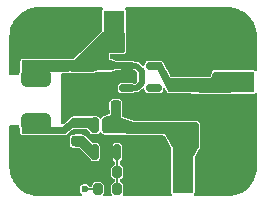
<source format=gtl>
%TF.GenerationSoftware,KiCad,Pcbnew,8.0.7*%
%TF.CreationDate,2026-01-14T12:01:28-08:00*%
%TF.ProjectId,3V3-500mA,3356332d-3530-4306-9d41-2e6b69636164,rev?*%
%TF.SameCoordinates,Original*%
%TF.FileFunction,Copper,L1,Top*%
%TF.FilePolarity,Positive*%
%FSLAX46Y46*%
G04 Gerber Fmt 4.6, Leading zero omitted, Abs format (unit mm)*
G04 Created by KiCad (PCBNEW 8.0.7) date 2026-01-14 12:01:28*
%MOMM*%
%LPD*%
G01*
G04 APERTURE LIST*
G04 Aperture macros list*
%AMRoundRect*
0 Rectangle with rounded corners*
0 $1 Rounding radius*
0 $2 $3 $4 $5 $6 $7 $8 $9 X,Y pos of 4 corners*
0 Add a 4 corners polygon primitive as box body*
4,1,4,$2,$3,$4,$5,$6,$7,$8,$9,$2,$3,0*
0 Add four circle primitives for the rounded corners*
1,1,$1+$1,$2,$3*
1,1,$1+$1,$4,$5*
1,1,$1+$1,$6,$7*
1,1,$1+$1,$8,$9*
0 Add four rect primitives between the rounded corners*
20,1,$1+$1,$2,$3,$4,$5,0*
20,1,$1+$1,$4,$5,$6,$7,0*
20,1,$1+$1,$6,$7,$8,$9,0*
20,1,$1+$1,$8,$9,$2,$3,0*%
G04 Aperture macros list end*
%TA.AperFunction,SMDPad,CuDef*%
%ADD10R,3.400000X1.800000*%
%TD*%
%TA.AperFunction,SMDPad,CuDef*%
%ADD11R,1.800000X3.400000*%
%TD*%
%TA.AperFunction,ComponentPad*%
%ADD12C,3.800000*%
%TD*%
%TA.AperFunction,SMDPad,CuDef*%
%ADD13C,2.200000*%
%TD*%
%TA.AperFunction,SMDPad,CuDef*%
%ADD14RoundRect,0.250000X0.475000X-0.250000X0.475000X0.250000X-0.475000X0.250000X-0.475000X-0.250000X0*%
%TD*%
%TA.AperFunction,SMDPad,CuDef*%
%ADD15RoundRect,0.225000X0.250000X-0.225000X0.250000X0.225000X-0.250000X0.225000X-0.250000X-0.225000X0*%
%TD*%
%TA.AperFunction,SMDPad,CuDef*%
%ADD16RoundRect,0.375000X0.875000X-0.375000X0.875000X0.375000X-0.875000X0.375000X-0.875000X-0.375000X0*%
%TD*%
%TA.AperFunction,SMDPad,CuDef*%
%ADD17RoundRect,0.250000X-0.475000X0.250000X-0.475000X-0.250000X0.475000X-0.250000X0.475000X0.250000X0*%
%TD*%
%TA.AperFunction,SMDPad,CuDef*%
%ADD18RoundRect,0.225000X-0.250000X0.225000X-0.250000X-0.225000X0.250000X-0.225000X0.250000X0.225000X0*%
%TD*%
%TA.AperFunction,SMDPad,CuDef*%
%ADD19RoundRect,0.150000X0.150000X-0.512500X0.150000X0.512500X-0.150000X0.512500X-0.150000X-0.512500X0*%
%TD*%
%TA.AperFunction,SMDPad,CuDef*%
%ADD20RoundRect,0.225000X0.225000X0.250000X-0.225000X0.250000X-0.225000X-0.250000X0.225000X-0.250000X0*%
%TD*%
%TA.AperFunction,SMDPad,CuDef*%
%ADD21RoundRect,0.150000X-0.512500X-0.150000X0.512500X-0.150000X0.512500X0.150000X-0.512500X0.150000X0*%
%TD*%
%TA.AperFunction,SMDPad,CuDef*%
%ADD22RoundRect,0.200000X0.200000X0.275000X-0.200000X0.275000X-0.200000X-0.275000X0.200000X-0.275000X0*%
%TD*%
%TA.AperFunction,SMDPad,CuDef*%
%ADD23RoundRect,0.200000X-0.200000X-0.275000X0.200000X-0.275000X0.200000X0.275000X-0.200000X0.275000X0*%
%TD*%
%TA.AperFunction,ViaPad*%
%ADD24C,0.600000*%
%TD*%
%TA.AperFunction,Conductor*%
%ADD25C,0.200000*%
%TD*%
%TA.AperFunction,Conductor*%
%ADD26C,0.500000*%
%TD*%
G04 APERTURE END LIST*
D10*
%TO.P,TP6,1,1*%
%TO.N,3V3*%
X216500000Y-87850000D03*
%TD*%
%TO.P,TP5,1,1*%
%TO.N,GND*%
X216500000Y-91150000D03*
%TD*%
D11*
%TO.P,TP4,1,1*%
%TO.N,GND*%
X209200000Y-95500000D03*
%TD*%
%TO.P,TP3,1,1*%
%TO.N,VIN*%
X212200000Y-95500000D03*
%TD*%
%TO.P,TP2,1,1*%
%TO.N,GND*%
X209650000Y-83500000D03*
%TD*%
%TO.P,TP1,1,1*%
%TO.N,5V*%
X206350000Y-83500000D03*
%TD*%
D12*
%TO.P,H4,1,1*%
%TO.N,GND*%
X216000000Y-84000000D03*
D13*
%TO.P,H4,2*%
%TO.N,N/C*%
X216000000Y-84000000D03*
%TD*%
%TO.P,H3,2*%
%TO.N,N/C*%
X200000000Y-84000000D03*
D12*
%TO.P,H3,1,1*%
%TO.N,GND*%
X200000000Y-84000000D03*
%TD*%
D13*
%TO.P,H2,2*%
%TO.N,N/C*%
X200000000Y-95000000D03*
D12*
%TO.P,H2,1,1*%
%TO.N,GND*%
X200000000Y-95000000D03*
%TD*%
%TO.P,H1,1,1*%
%TO.N,GND*%
X216000000Y-95000000D03*
D13*
%TO.P,H1,2*%
%TO.N,N/C*%
X216000000Y-95000000D03*
%TD*%
D14*
%TO.P,C4,2*%
%TO.N,GND*%
X208450000Y-89850000D03*
%TO.P,C4,1*%
%TO.N,VIN*%
X208450000Y-91750000D03*
%TD*%
D15*
%TO.P,C11,1*%
%TO.N,3V3*%
X211362500Y-87955000D03*
%TO.P,C11,2*%
%TO.N,GND*%
X211362500Y-86405000D03*
%TD*%
%TO.P,C8,2*%
%TO.N,Net-(U2-SW)*%
X203200000Y-91300000D03*
%TO.P,C8,1*%
%TO.N,Net-(U2-BST)*%
X203200000Y-92850000D03*
%TD*%
D16*
%TO.P,L1,1*%
%TO.N,Net-(U2-SW)*%
X199800000Y-91200000D03*
%TO.P,L1,2*%
%TO.N,5V*%
X199800000Y-87500000D03*
%TD*%
D15*
%TO.P,C12,1*%
%TO.N,3V3*%
X212850000Y-87950000D03*
%TO.P,C12,2*%
%TO.N,GND*%
X212850000Y-86400000D03*
%TD*%
D17*
%TO.P,C10,1*%
%TO.N,5V*%
X204000000Y-86450000D03*
%TO.P,C10,2*%
%TO.N,GND*%
X204000000Y-88350000D03*
%TD*%
D14*
%TO.P,C2,2*%
%TO.N,GND*%
X210500000Y-89850000D03*
%TO.P,C2,1*%
%TO.N,VIN*%
X210500000Y-91750000D03*
%TD*%
D18*
%TO.P,C9,1*%
%TO.N,5V*%
X205750000Y-86405000D03*
%TO.P,C9,2*%
%TO.N,GND*%
X205750000Y-87955000D03*
%TD*%
D19*
%TO.P,U2,1,BST*%
%TO.N,Net-(U2-BST)*%
X204750000Y-93782500D03*
%TO.P,U2,2,GND*%
%TO.N,GND*%
X205700000Y-93782500D03*
%TO.P,U2,3,FB*%
%TO.N,Net-(U2-FB)*%
X206650000Y-93782500D03*
%TO.P,U2,4,EN*%
%TO.N,VIN*%
X206650000Y-91507500D03*
%TO.P,U2,5,VIN*%
X205700000Y-91507500D03*
%TO.P,U2,6,SW*%
%TO.N,Net-(U2-SW)*%
X204750000Y-91507500D03*
%TD*%
D20*
%TO.P,C5,2*%
%TO.N,GND*%
X204975000Y-89850000D03*
%TO.P,C5,1*%
%TO.N,VIN*%
X206525000Y-89850000D03*
%TD*%
D21*
%TO.P,U3,5,OUT*%
%TO.N,3V3*%
X209725000Y-86450000D03*
%TO.P,U3,4,NC*%
%TO.N,unconnected-(U3-NC-Pad4)*%
X209725000Y-88350000D03*
%TO.P,U3,3,EN*%
%TO.N,5V*%
X207450000Y-88350000D03*
%TO.P,U3,2,GND*%
%TO.N,GND*%
X207450000Y-87400000D03*
%TO.P,U3,1,IN*%
%TO.N,5V*%
X207450000Y-86450000D03*
%TD*%
D14*
%TO.P,C1,2*%
%TO.N,GND*%
X212550000Y-89850000D03*
%TO.P,C1,1*%
%TO.N,VIN*%
X212550000Y-91750000D03*
%TD*%
D22*
%TO.P,R1,1*%
%TO.N,Net-(U2-FB)*%
X206650000Y-96910000D03*
%TO.P,R1,2*%
%TO.N,5V*%
X205000000Y-96910000D03*
%TD*%
D23*
%TO.P,R2,2*%
%TO.N,Net-(U2-FB)*%
X206650000Y-95450000D03*
%TO.P,R2,1*%
%TO.N,GND*%
X205000000Y-95450000D03*
%TD*%
D24*
%TO.N,GND*%
X205700000Y-92645000D03*
X210700000Y-95450000D03*
X210700000Y-96366668D03*
X210700000Y-94533334D03*
X216510000Y-89570000D03*
X217426668Y-89570000D03*
X215593334Y-89570000D03*
X211290000Y-83480000D03*
X211290000Y-84396668D03*
X211290000Y-82563334D03*
%TO.N,5V*%
X204420000Y-85140000D03*
%TO.N,GND*%
X203900000Y-95450000D03*
X212550000Y-90800000D03*
X210500000Y-90800000D03*
X208450000Y-90800000D03*
%TO.N,5V*%
X203900000Y-96925000D03*
%TO.N,GND*%
X202625000Y-90125000D03*
X202625000Y-89208332D03*
X202625000Y-87375000D03*
X203900000Y-89850000D03*
X202625000Y-88291666D03*
X205800000Y-88850000D03*
X211500000Y-85300000D03*
X213050000Y-85300000D03*
%TD*%
D25*
%TO.N,5V*%
X203915000Y-96910000D02*
X203900000Y-96925000D01*
X205000000Y-96910000D02*
X203915000Y-96910000D01*
%TO.N,Net-(U2-FB)*%
X206650000Y-95450000D02*
X206650000Y-96910000D01*
X206650000Y-93782500D02*
X206650000Y-95450000D01*
D26*
%TO.N,5V*%
X207500000Y-86450000D02*
X208250000Y-86450000D01*
X208700000Y-86900000D02*
X208700000Y-87950000D01*
X208250000Y-86450000D02*
X208700000Y-86900000D01*
X208700000Y-87950000D02*
X208300000Y-88350000D01*
X208300000Y-88350000D02*
X207500000Y-88350000D01*
%TD*%
%TA.AperFunction,Conductor*%
%TO.N,3V3*%
G36*
X210391657Y-86169685D02*
G01*
X210434699Y-86216920D01*
X211100000Y-87500000D01*
X214600000Y-87500000D01*
X214600001Y-87499999D01*
X214770319Y-87031624D01*
X214811728Y-86975348D01*
X214876990Y-86950393D01*
X214886853Y-86950000D01*
X216126000Y-86950000D01*
X216193039Y-86969685D01*
X216238794Y-87022489D01*
X216250000Y-87074000D01*
X216250000Y-88624813D01*
X216230315Y-88691852D01*
X216177511Y-88737607D01*
X216124819Y-88748807D01*
X211074952Y-88700713D01*
X211008103Y-88680391D01*
X210965796Y-88633302D01*
X210000000Y-86750000D01*
X209374000Y-86750000D01*
X209306961Y-86730315D01*
X209261206Y-86677511D01*
X209250000Y-86626000D01*
X209250000Y-86274000D01*
X209269685Y-86206961D01*
X209322489Y-86161206D01*
X209374000Y-86150000D01*
X210324618Y-86150000D01*
X210391657Y-86169685D01*
G37*
%TD.AperFunction*%
%TD*%
%TA.AperFunction,Conductor*%
%TO.N,5V*%
G36*
X199565805Y-85952834D02*
G01*
X199714566Y-85985195D01*
X199714568Y-85985195D01*
X199714572Y-85985196D01*
X199968220Y-86003337D01*
X199999999Y-86005610D01*
X200000000Y-86005610D01*
X200000001Y-86005610D01*
X200028595Y-86003564D01*
X200285428Y-85985196D01*
X200395709Y-85961206D01*
X200434195Y-85952834D01*
X200460553Y-85950000D01*
X203009999Y-85950000D01*
X203010000Y-85950000D01*
X205920000Y-85950000D01*
X206073685Y-85950000D01*
X206124045Y-85960686D01*
X206550000Y-86150000D01*
X207476000Y-86150000D01*
X207543039Y-86169685D01*
X207588794Y-86222489D01*
X207600000Y-86274000D01*
X207600000Y-86626000D01*
X207580315Y-86693039D01*
X207527511Y-86738794D01*
X207476000Y-86750000D01*
X206550000Y-86750000D01*
X206113288Y-86847047D01*
X206086389Y-86850000D01*
X205050000Y-86850000D01*
X204511000Y-86948000D01*
X204488818Y-86950000D01*
X202794446Y-86950000D01*
X202759512Y-86944977D01*
X202709577Y-86930315D01*
X202689773Y-86924500D01*
X202689772Y-86924500D01*
X202560228Y-86924500D01*
X202560227Y-86924500D01*
X202540423Y-86930315D01*
X202490487Y-86944977D01*
X202455554Y-86950000D01*
X198674000Y-86950000D01*
X198606961Y-86930315D01*
X198561206Y-86877511D01*
X198550000Y-86826000D01*
X198550000Y-86074000D01*
X198569685Y-86006961D01*
X198622489Y-85961206D01*
X198674000Y-85950000D01*
X199539447Y-85950000D01*
X199565805Y-85952834D01*
G37*
%TD.AperFunction*%
%TD*%
%TA.AperFunction,Conductor*%
%TO.N,GND*%
G36*
X207850000Y-87700000D02*
G01*
X206950000Y-87700000D01*
X206150000Y-88400000D01*
X205450000Y-88400000D01*
X204550000Y-88850000D01*
X203450000Y-88850000D01*
X203450000Y-87850000D01*
X204500000Y-87850000D01*
X205300000Y-87500000D01*
X206100000Y-87500000D01*
X206850000Y-87100000D01*
X207850000Y-87100000D01*
X207850000Y-87700000D01*
G37*
%TD.AperFunction*%
%TD*%
%TA.AperFunction,Conductor*%
%TO.N,Net-(U2-SW)*%
G36*
X204843039Y-90869685D02*
G01*
X204888794Y-90922489D01*
X204900000Y-90974000D01*
X204900000Y-92026000D01*
X204880315Y-92093039D01*
X204827511Y-92138794D01*
X204776000Y-92150000D01*
X204644263Y-92150000D01*
X204577224Y-92130315D01*
X204565752Y-92121979D01*
X204050000Y-91700000D01*
X204049999Y-91700000D01*
X202899999Y-91700000D01*
X202233723Y-92223503D01*
X202168847Y-92249444D01*
X202157113Y-92250000D01*
X198674000Y-92250000D01*
X198606961Y-92230315D01*
X198561206Y-92177511D01*
X198550000Y-92126000D01*
X198550000Y-91774000D01*
X198569685Y-91706961D01*
X198622489Y-91661206D01*
X198674000Y-91650000D01*
X201949998Y-91650000D01*
X201950000Y-91650000D01*
X202865383Y-90879150D01*
X202929342Y-90851025D01*
X202945256Y-90850000D01*
X204776000Y-90850000D01*
X204843039Y-90869685D01*
G37*
%TD.AperFunction*%
%TD*%
%TA.AperFunction,Conductor*%
%TO.N,VIN*%
G36*
X206975000Y-90850000D02*
G01*
X206975000Y-90850001D01*
X208074994Y-91249998D01*
X208075000Y-91250000D01*
X208372882Y-91250000D01*
X208379873Y-91250500D01*
X208385228Y-91250500D01*
X208520127Y-91250500D01*
X208527118Y-91250000D01*
X210422882Y-91250000D01*
X210429873Y-91250500D01*
X210435228Y-91250500D01*
X210570127Y-91250500D01*
X210577118Y-91250000D01*
X212472882Y-91250000D01*
X212479873Y-91250500D01*
X212485228Y-91250500D01*
X212620127Y-91250500D01*
X212627118Y-91250000D01*
X213401000Y-91250000D01*
X213468039Y-91269685D01*
X213513794Y-91322489D01*
X213525000Y-91374000D01*
X213525000Y-93391333D01*
X213507975Y-93454042D01*
X213135929Y-94088709D01*
X213085044Y-94136589D01*
X213028954Y-94150000D01*
X211449000Y-94150000D01*
X211381961Y-94130315D01*
X211336206Y-94077511D01*
X211325000Y-94026000D01*
X211325000Y-93424999D01*
X211093492Y-93006506D01*
X210675000Y-92250000D01*
X210674999Y-92250000D01*
X207929316Y-92250000D01*
X207920686Y-92249699D01*
X206850010Y-92175000D01*
X206850000Y-92175000D01*
X205551318Y-92175000D01*
X205484279Y-92155315D01*
X205438524Y-92102511D01*
X205427339Y-92048704D01*
X205448397Y-90911561D01*
X205469320Y-90844898D01*
X205492327Y-90825693D01*
X206975000Y-90850000D01*
G37*
%TD.AperFunction*%
%TD*%
%TA.AperFunction,Conductor*%
%TO.N,Net-(U2-BST)*%
G36*
X203697145Y-92394685D02*
G01*
X203709489Y-92403741D01*
X204575000Y-93125000D01*
X204651000Y-93125000D01*
X204718039Y-93144685D01*
X204763794Y-93197489D01*
X204775000Y-93249000D01*
X204775000Y-94326000D01*
X204755315Y-94393039D01*
X204702511Y-94438794D01*
X204651000Y-94450000D01*
X204603827Y-94450000D01*
X204536788Y-94430315D01*
X204513242Y-94410678D01*
X204496753Y-94393039D01*
X203475000Y-93300000D01*
X203099000Y-93300000D01*
X203031961Y-93280315D01*
X202986206Y-93227511D01*
X202975000Y-93176000D01*
X202975000Y-92499000D01*
X202994685Y-92431961D01*
X203047489Y-92386206D01*
X203099000Y-92375000D01*
X203630106Y-92375000D01*
X203697145Y-92394685D01*
G37*
%TD.AperFunction*%
%TD*%
%TA.AperFunction,Conductor*%
%TO.N,VIN*%
G36*
X206918039Y-89619685D02*
G01*
X206963794Y-89672489D01*
X206975000Y-89724000D01*
X206975000Y-90850000D01*
X205492328Y-90825693D01*
X205522961Y-90800128D01*
X205531796Y-90796685D01*
X205838941Y-90690366D01*
X206099999Y-90600001D01*
X206100000Y-90600000D01*
X206100000Y-89724000D01*
X206119685Y-89656961D01*
X206172489Y-89611206D01*
X206224000Y-89600000D01*
X206851000Y-89600000D01*
X206918039Y-89619685D01*
G37*
%TD.AperFunction*%
%TD*%
%TA.AperFunction,Conductor*%
%TO.N,5V*%
G36*
X207203039Y-83549685D02*
G01*
X207248794Y-83602489D01*
X207260000Y-83654000D01*
X207260000Y-85216000D01*
X207240315Y-85283039D01*
X207187511Y-85328794D01*
X207136000Y-85340000D01*
X205920000Y-85340000D01*
X205920000Y-85950000D01*
X203010000Y-85950000D01*
X205423776Y-83565779D01*
X205485304Y-83532674D01*
X205510915Y-83530000D01*
X207136000Y-83530000D01*
X207203039Y-83549685D01*
G37*
%TD.AperFunction*%
%TD*%
%TA.AperFunction,Conductor*%
%TO.N,GND*%
G36*
X197692239Y-91450000D02*
G01*
X197700000Y-91450000D01*
X198225500Y-91450000D01*
X198292539Y-91469685D01*
X198338294Y-91522489D01*
X198349500Y-91574000D01*
X198349500Y-91612727D01*
X198364313Y-91725235D01*
X198364313Y-91725236D01*
X198422302Y-91865234D01*
X198426366Y-91872273D01*
X198423877Y-91873709D01*
X198444070Y-91925932D01*
X198444500Y-91936255D01*
X198444500Y-92126002D01*
X198446910Y-92148426D01*
X198458117Y-92199938D01*
X198481474Y-92246600D01*
X198502184Y-92270500D01*
X198527229Y-92299403D01*
X198577237Y-92331541D01*
X198644276Y-92351226D01*
X198674000Y-92355500D01*
X198674004Y-92355500D01*
X202157095Y-92355500D01*
X202157113Y-92355500D01*
X202162106Y-92355382D01*
X202162122Y-92355381D01*
X202162132Y-92355381D01*
X202167389Y-92355131D01*
X202173840Y-92354826D01*
X202208016Y-92347403D01*
X202272892Y-92321462D01*
X202298903Y-92306460D01*
X202845493Y-91876994D01*
X202910366Y-91851055D01*
X202922079Y-91850499D01*
X203488138Y-91850499D01*
X203535545Y-91844259D01*
X203593749Y-91817117D01*
X203646154Y-91805500D01*
X203968077Y-91805500D01*
X204035116Y-91825185D01*
X204046595Y-91833526D01*
X204120704Y-91894161D01*
X204324575Y-92060964D01*
X204360614Y-92109483D01*
X204364033Y-92117738D01*
X204364033Y-92117739D01*
X204364034Y-92117740D01*
X204419399Y-92200601D01*
X204467902Y-92233009D01*
X204502260Y-92255966D01*
X204502264Y-92255967D01*
X204575321Y-92270499D01*
X204575324Y-92270500D01*
X204575326Y-92270500D01*
X204924676Y-92270500D01*
X204924677Y-92270499D01*
X204997740Y-92255966D01*
X205080601Y-92200601D01*
X205121898Y-92138793D01*
X205175509Y-92093990D01*
X205244834Y-92085282D01*
X205307862Y-92115436D01*
X205328099Y-92138791D01*
X205369399Y-92200601D01*
X205369400Y-92200602D01*
X205396484Y-92218698D01*
X205400848Y-92222027D01*
X205416048Y-92231794D01*
X205417848Y-92232973D01*
X205452260Y-92255966D01*
X205452262Y-92255966D01*
X205452263Y-92255967D01*
X205453483Y-92256472D01*
X205458621Y-92257735D01*
X205521586Y-92276224D01*
X205521588Y-92276224D01*
X205521594Y-92276226D01*
X205551318Y-92280500D01*
X206842020Y-92280500D01*
X206850650Y-92280801D01*
X207913343Y-92354943D01*
X207917009Y-92355135D01*
X207925639Y-92355436D01*
X207929316Y-92355500D01*
X210539682Y-92355500D01*
X210606721Y-92375185D01*
X210648186Y-92419477D01*
X210993552Y-93043794D01*
X210993553Y-93043795D01*
X211001176Y-93057574D01*
X211001176Y-93057575D01*
X211193646Y-93405500D01*
X211204004Y-93424223D01*
X211219500Y-93484247D01*
X211219500Y-93701967D01*
X211206025Y-93747856D01*
X211210004Y-93749505D01*
X211205330Y-93760788D01*
X211199500Y-93790098D01*
X211199500Y-97209894D01*
X211199501Y-97209902D01*
X211205330Y-97239212D01*
X211227544Y-97272459D01*
X211236179Y-97281094D01*
X211235384Y-97281888D01*
X211272258Y-97326008D01*
X211280967Y-97395333D01*
X211250813Y-97458361D01*
X211191370Y-97495081D01*
X211158563Y-97499500D01*
X207229925Y-97499500D01*
X207162886Y-97479815D01*
X207117131Y-97427011D01*
X207107187Y-97357853D01*
X207116491Y-97325414D01*
X207147583Y-97254996D01*
X207147583Y-97254995D01*
X207147585Y-97254991D01*
X207150500Y-97229865D01*
X207150499Y-96590136D01*
X207150497Y-96590117D01*
X207147586Y-96565012D01*
X207147585Y-96565010D01*
X207147585Y-96565009D01*
X207102206Y-96462235D01*
X207022765Y-96382794D01*
X207022763Y-96382793D01*
X206924413Y-96339367D01*
X206871037Y-96294281D01*
X206850510Y-96227495D01*
X206850500Y-96225933D01*
X206850500Y-96134066D01*
X206870185Y-96067027D01*
X206922989Y-96021272D01*
X206924285Y-96020688D01*
X207022765Y-95977206D01*
X207102206Y-95897765D01*
X207147585Y-95794991D01*
X207150500Y-95769865D01*
X207150499Y-95130136D01*
X207150497Y-95130117D01*
X207147586Y-95105012D01*
X207147585Y-95105010D01*
X207147585Y-95105009D01*
X207102206Y-95002235D01*
X207022765Y-94922794D01*
X206924413Y-94879367D01*
X206871037Y-94834281D01*
X206850510Y-94767495D01*
X206850500Y-94765933D01*
X206850500Y-94628810D01*
X206870185Y-94561771D01*
X206905608Y-94525708D01*
X206980601Y-94475601D01*
X207035966Y-94392740D01*
X207050500Y-94319674D01*
X207050500Y-93245326D01*
X207050500Y-93245323D01*
X207050499Y-93245321D01*
X207035967Y-93172264D01*
X207035966Y-93172260D01*
X207028138Y-93160545D01*
X206980601Y-93089399D01*
X206897740Y-93034034D01*
X206897739Y-93034033D01*
X206897735Y-93034032D01*
X206824677Y-93019500D01*
X206824674Y-93019500D01*
X206475326Y-93019500D01*
X206475323Y-93019500D01*
X206402264Y-93034032D01*
X206402260Y-93034033D01*
X206319399Y-93089399D01*
X206264033Y-93172260D01*
X206264032Y-93172264D01*
X206249500Y-93245321D01*
X206249500Y-94319678D01*
X206264032Y-94392735D01*
X206264033Y-94392739D01*
X206264034Y-94392740D01*
X206319399Y-94475601D01*
X206394390Y-94525708D01*
X206439196Y-94579319D01*
X206449500Y-94628810D01*
X206449500Y-94765933D01*
X206429815Y-94832972D01*
X206377011Y-94878727D01*
X206375587Y-94879367D01*
X206277234Y-94922794D01*
X206197794Y-95002234D01*
X206152415Y-95105006D01*
X206152415Y-95105008D01*
X206149500Y-95130131D01*
X206149500Y-95769856D01*
X206149502Y-95769882D01*
X206152413Y-95794987D01*
X206152415Y-95794991D01*
X206197793Y-95897764D01*
X206197794Y-95897765D01*
X206277235Y-95977206D01*
X206375588Y-96020633D01*
X206428962Y-96065717D01*
X206449490Y-96132503D01*
X206449500Y-96134066D01*
X206449500Y-96225933D01*
X206429815Y-96292972D01*
X206377011Y-96338727D01*
X206375587Y-96339367D01*
X206277234Y-96382794D01*
X206197794Y-96462234D01*
X206152415Y-96565006D01*
X206152415Y-96565008D01*
X206149500Y-96590131D01*
X206149500Y-97229856D01*
X206149502Y-97229882D01*
X206152413Y-97254987D01*
X206152414Y-97254988D01*
X206152414Y-97254990D01*
X206152415Y-97254991D01*
X206183510Y-97325414D01*
X206192582Y-97394691D01*
X206162759Y-97457877D01*
X206103510Y-97494908D01*
X206070076Y-97499500D01*
X205579925Y-97499500D01*
X205512886Y-97479815D01*
X205467131Y-97427011D01*
X205457187Y-97357853D01*
X205466491Y-97325414D01*
X205497583Y-97254996D01*
X205497583Y-97254995D01*
X205497585Y-97254991D01*
X205500500Y-97229865D01*
X205500499Y-96590136D01*
X205500497Y-96590117D01*
X205497586Y-96565012D01*
X205497585Y-96565010D01*
X205497585Y-96565009D01*
X205452206Y-96462235D01*
X205372765Y-96382794D01*
X205372763Y-96382793D01*
X205269992Y-96337415D01*
X205244865Y-96334500D01*
X204755143Y-96334500D01*
X204755117Y-96334502D01*
X204730012Y-96337413D01*
X204730008Y-96337415D01*
X204627235Y-96382793D01*
X204547794Y-96462234D01*
X204502415Y-96565006D01*
X204502415Y-96565008D01*
X204499500Y-96590133D01*
X204499355Y-96592647D01*
X204499138Y-96593253D01*
X204499087Y-96593694D01*
X204498985Y-96593682D01*
X204475839Y-96658440D01*
X204420486Y-96701076D01*
X204375561Y-96709500D01*
X204365994Y-96709500D01*
X204298955Y-96689815D01*
X204272280Y-96666702D01*
X204265121Y-96658440D01*
X204198049Y-96581033D01*
X204089069Y-96510996D01*
X204089065Y-96510994D01*
X204089064Y-96510994D01*
X203964774Y-96474500D01*
X203964772Y-96474500D01*
X203835228Y-96474500D01*
X203835226Y-96474500D01*
X203710935Y-96510994D01*
X203710932Y-96510995D01*
X203710931Y-96510996D01*
X203659677Y-96543934D01*
X203601950Y-96581033D01*
X203517118Y-96678937D01*
X203517117Y-96678938D01*
X203463302Y-96796774D01*
X203444867Y-96925000D01*
X203463302Y-97053225D01*
X203465048Y-97057048D01*
X203517118Y-97171063D01*
X203601951Y-97268967D01*
X203605401Y-97271184D01*
X203608089Y-97274286D01*
X203608652Y-97274774D01*
X203608581Y-97274854D01*
X203651156Y-97323988D01*
X203661100Y-97393146D01*
X203632075Y-97456702D01*
X203573297Y-97494477D01*
X203538362Y-97499500D01*
X200003751Y-97499500D01*
X199996264Y-97499274D01*
X199706205Y-97481728D01*
X199691340Y-97479923D01*
X199409201Y-97428219D01*
X199394663Y-97424635D01*
X199120832Y-97339306D01*
X199106831Y-97333997D01*
X198845263Y-97216275D01*
X198832004Y-97209316D01*
X198768724Y-97171062D01*
X198586537Y-97060926D01*
X198574217Y-97052422D01*
X198348426Y-96875526D01*
X198337218Y-96865596D01*
X198134403Y-96662781D01*
X198124473Y-96651573D01*
X198078782Y-96593253D01*
X197947573Y-96425776D01*
X197939075Y-96413465D01*
X197790680Y-96167989D01*
X197783727Y-96154743D01*
X197666000Y-95893163D01*
X197660693Y-95879167D01*
X197634463Y-95794993D01*
X197575363Y-95605335D01*
X197571780Y-95590798D01*
X197557752Y-95514250D01*
X197520075Y-95308657D01*
X197518271Y-95293794D01*
X197500726Y-95003736D01*
X197500613Y-94999999D01*
X198794357Y-94999999D01*
X198794357Y-95000000D01*
X198814884Y-95221535D01*
X198814885Y-95221537D01*
X198875769Y-95435523D01*
X198875775Y-95435538D01*
X198974938Y-95634683D01*
X198974943Y-95634691D01*
X199109020Y-95812238D01*
X199273437Y-95962123D01*
X199273439Y-95962125D01*
X199462595Y-96079245D01*
X199462596Y-96079245D01*
X199462599Y-96079247D01*
X199670060Y-96159618D01*
X199888757Y-96200500D01*
X199888759Y-96200500D01*
X200111241Y-96200500D01*
X200111243Y-96200500D01*
X200329940Y-96159618D01*
X200537401Y-96079247D01*
X200726562Y-95962124D01*
X200890981Y-95812236D01*
X201025058Y-95634689D01*
X201124229Y-95435528D01*
X201185115Y-95221536D01*
X201205643Y-95000000D01*
X201205295Y-94996249D01*
X201185115Y-94778464D01*
X201185114Y-94778462D01*
X201181549Y-94765933D01*
X201124229Y-94564472D01*
X201124224Y-94564461D01*
X201025061Y-94365316D01*
X201025056Y-94365308D01*
X200890979Y-94187761D01*
X200726562Y-94037876D01*
X200726560Y-94037874D01*
X200537404Y-93920754D01*
X200537398Y-93920752D01*
X200329940Y-93840382D01*
X200111243Y-93799500D01*
X199888757Y-93799500D01*
X199670060Y-93840382D01*
X199538864Y-93891207D01*
X199462601Y-93920752D01*
X199462595Y-93920754D01*
X199273439Y-94037874D01*
X199273437Y-94037876D01*
X199109020Y-94187761D01*
X198974943Y-94365308D01*
X198974938Y-94365316D01*
X198875775Y-94564461D01*
X198875769Y-94564476D01*
X198814885Y-94778462D01*
X198814884Y-94778464D01*
X198794357Y-94999999D01*
X197500613Y-94999999D01*
X197500500Y-94996249D01*
X197500500Y-92586860D01*
X202624500Y-92586860D01*
X202624500Y-93113132D01*
X202624501Y-93113138D01*
X202630741Y-93160545D01*
X202630742Y-93160547D01*
X202630742Y-93160548D01*
X202670273Y-93245321D01*
X202679253Y-93264579D01*
X202760421Y-93345747D01*
X202864455Y-93394259D01*
X202911861Y-93400500D01*
X203055353Y-93400499D01*
X203072991Y-93401760D01*
X203099000Y-93405500D01*
X203375375Y-93405500D01*
X203442414Y-93425185D01*
X203465960Y-93444822D01*
X204387146Y-94430278D01*
X204399663Y-94446065D01*
X204419396Y-94475598D01*
X204419397Y-94475599D01*
X204419398Y-94475599D01*
X204419399Y-94475601D01*
X204448990Y-94495372D01*
X204459505Y-94503236D01*
X204469217Y-94511336D01*
X204482057Y-94518190D01*
X204492523Y-94524460D01*
X204502260Y-94530966D01*
X204505661Y-94531642D01*
X204516397Y-94534280D01*
X204574103Y-94551226D01*
X204603827Y-94555500D01*
X204603831Y-94555500D01*
X204651000Y-94555500D01*
X204673427Y-94553089D01*
X204695285Y-94548333D01*
X204721643Y-94545500D01*
X204924676Y-94545500D01*
X204924677Y-94545499D01*
X204997740Y-94530966D01*
X205080601Y-94475601D01*
X205135966Y-94392740D01*
X205150500Y-94319674D01*
X205150500Y-93245326D01*
X205150500Y-93245323D01*
X205150499Y-93245321D01*
X205135967Y-93172264D01*
X205135966Y-93172260D01*
X205128138Y-93160545D01*
X205080601Y-93089399D01*
X204997740Y-93034034D01*
X204997739Y-93034033D01*
X204997735Y-93034032D01*
X204924677Y-93019500D01*
X204924674Y-93019500D01*
X204658089Y-93019500D01*
X204591050Y-92999815D01*
X204578706Y-92990759D01*
X203912299Y-92435420D01*
X203777028Y-92322694D01*
X203771895Y-92318678D01*
X203771889Y-92318673D01*
X203759552Y-92309623D01*
X203759553Y-92309623D01*
X203759551Y-92309622D01*
X203738888Y-92299403D01*
X203726870Y-92293459D01*
X203659835Y-92273775D01*
X203659831Y-92273774D01*
X203659830Y-92273774D01*
X203630106Y-92269500D01*
X203099000Y-92269500D01*
X203098997Y-92269500D01*
X203076575Y-92271910D01*
X203025061Y-92283117D01*
X203025058Y-92283118D01*
X203018526Y-92286388D01*
X202963031Y-92299500D01*
X202911867Y-92299500D01*
X202894749Y-92301753D01*
X202864455Y-92305741D01*
X202864453Y-92305741D01*
X202864452Y-92305742D01*
X202864451Y-92305742D01*
X202760420Y-92354253D01*
X202679253Y-92435420D01*
X202630740Y-92539456D01*
X202624500Y-92586860D01*
X197500500Y-92586860D01*
X197500500Y-91549862D01*
X197520185Y-91482823D01*
X197572989Y-91437068D01*
X197642147Y-91427124D01*
X197692239Y-91450000D01*
G37*
%TD.AperFunction*%
%TA.AperFunction,Conductor*%
G36*
X208131588Y-86841843D02*
G01*
X208173870Y-86869552D01*
X208313181Y-87008863D01*
X208346666Y-87070186D01*
X208349500Y-87096544D01*
X208349500Y-87753456D01*
X208329815Y-87820495D01*
X208313185Y-87841132D01*
X208247697Y-87906621D01*
X208210153Y-87944165D01*
X208148830Y-87977649D01*
X208079138Y-87972665D01*
X208070906Y-87968451D01*
X208060240Y-87964033D01*
X207987176Y-87949500D01*
X207987174Y-87949500D01*
X206912826Y-87949500D01*
X206912823Y-87949500D01*
X206839764Y-87964032D01*
X206839760Y-87964033D01*
X206756899Y-88019399D01*
X206701533Y-88102260D01*
X206701532Y-88102264D01*
X206687000Y-88175321D01*
X206687000Y-88524678D01*
X206701532Y-88597735D01*
X206701533Y-88597739D01*
X206701534Y-88597740D01*
X206756899Y-88680601D01*
X206817956Y-88721397D01*
X206839760Y-88735966D01*
X206839764Y-88735967D01*
X206912821Y-88750499D01*
X206912824Y-88750500D01*
X206912826Y-88750500D01*
X207987176Y-88750500D01*
X208023707Y-88743233D01*
X208060240Y-88735966D01*
X208082045Y-88721396D01*
X208148722Y-88700520D01*
X208150934Y-88700500D01*
X208346142Y-88700500D01*
X208346144Y-88700500D01*
X208435288Y-88676614D01*
X208515212Y-88630470D01*
X208750320Y-88395361D01*
X208811642Y-88361877D01*
X208881333Y-88366861D01*
X208937267Y-88408732D01*
X208961684Y-88474197D01*
X208962000Y-88483043D01*
X208962000Y-88524678D01*
X208976532Y-88597735D01*
X208976533Y-88597739D01*
X208976534Y-88597740D01*
X209031899Y-88680601D01*
X209092956Y-88721397D01*
X209114760Y-88735966D01*
X209114764Y-88735967D01*
X209187821Y-88750499D01*
X209187824Y-88750500D01*
X209187826Y-88750500D01*
X210262176Y-88750500D01*
X210262177Y-88750499D01*
X210335240Y-88735966D01*
X210418101Y-88680601D01*
X210473466Y-88597740D01*
X210488000Y-88524674D01*
X210488000Y-88446340D01*
X210507685Y-88379301D01*
X210560489Y-88333546D01*
X210629647Y-88323602D01*
X210693203Y-88352627D01*
X210722337Y-88389757D01*
X210871916Y-88681437D01*
X210871920Y-88681443D01*
X210887318Y-88703810D01*
X210929266Y-88750500D01*
X210929625Y-88750899D01*
X210977418Y-88781330D01*
X211044267Y-88801652D01*
X211044266Y-88801652D01*
X211050839Y-88802660D01*
X211073947Y-88806208D01*
X214731488Y-88841041D01*
X214754496Y-88843418D01*
X214771662Y-88846832D01*
X214790101Y-88850500D01*
X215724023Y-88850499D01*
X215725204Y-88850505D01*
X216123806Y-88854302D01*
X216123813Y-88854302D01*
X216123813Y-88854301D01*
X216123814Y-88854302D01*
X216146754Y-88852002D01*
X216146765Y-88851999D01*
X216146902Y-88851979D01*
X216147256Y-88851951D01*
X216150134Y-88851663D01*
X216150140Y-88851728D01*
X216166002Y-88850499D01*
X218209895Y-88850499D01*
X218209898Y-88850499D01*
X218239213Y-88844669D01*
X218272457Y-88822457D01*
X218272457Y-88822455D01*
X218272459Y-88822455D01*
X218281094Y-88813821D01*
X218281888Y-88814615D01*
X218326003Y-88777743D01*
X218395328Y-88769031D01*
X218458357Y-88799182D01*
X218495080Y-88858623D01*
X218499500Y-88891436D01*
X218499500Y-94996249D01*
X218499274Y-95003736D01*
X218481728Y-95293794D01*
X218479923Y-95308659D01*
X218428219Y-95590798D01*
X218424635Y-95605336D01*
X218339306Y-95879167D01*
X218333997Y-95893168D01*
X218216275Y-96154736D01*
X218209316Y-96167995D01*
X218060928Y-96413459D01*
X218052422Y-96425782D01*
X217875526Y-96651573D01*
X217865596Y-96662781D01*
X217662781Y-96865596D01*
X217651573Y-96875526D01*
X217425782Y-97052422D01*
X217413459Y-97060928D01*
X217167995Y-97209316D01*
X217154736Y-97216275D01*
X216893168Y-97333997D01*
X216879167Y-97339306D01*
X216605336Y-97424635D01*
X216590798Y-97428219D01*
X216308659Y-97479923D01*
X216293794Y-97481728D01*
X216003736Y-97499274D01*
X215996249Y-97499500D01*
X213241437Y-97499500D01*
X213174398Y-97479815D01*
X213128643Y-97427011D01*
X213118699Y-97357853D01*
X213147724Y-97294297D01*
X213172293Y-97272621D01*
X213172455Y-97272459D01*
X213172455Y-97272457D01*
X213172457Y-97272457D01*
X213194669Y-97239213D01*
X213200500Y-97209899D01*
X213200499Y-94999999D01*
X214794357Y-94999999D01*
X214794357Y-95000000D01*
X214814884Y-95221535D01*
X214814885Y-95221537D01*
X214875769Y-95435523D01*
X214875775Y-95435538D01*
X214974938Y-95634683D01*
X214974943Y-95634691D01*
X215109020Y-95812238D01*
X215273437Y-95962123D01*
X215273439Y-95962125D01*
X215462595Y-96079245D01*
X215462596Y-96079245D01*
X215462599Y-96079247D01*
X215670060Y-96159618D01*
X215888757Y-96200500D01*
X215888759Y-96200500D01*
X216111241Y-96200500D01*
X216111243Y-96200500D01*
X216329940Y-96159618D01*
X216537401Y-96079247D01*
X216726562Y-95962124D01*
X216890981Y-95812236D01*
X217025058Y-95634689D01*
X217124229Y-95435528D01*
X217185115Y-95221536D01*
X217205643Y-95000000D01*
X217205295Y-94996249D01*
X217185115Y-94778464D01*
X217185114Y-94778462D01*
X217181549Y-94765933D01*
X217124229Y-94564472D01*
X217124224Y-94564461D01*
X217025061Y-94365316D01*
X217025056Y-94365308D01*
X216890979Y-94187761D01*
X216726562Y-94037876D01*
X216726560Y-94037874D01*
X216537404Y-93920754D01*
X216537398Y-93920752D01*
X216329940Y-93840382D01*
X216111243Y-93799500D01*
X215888757Y-93799500D01*
X215670060Y-93840382D01*
X215538864Y-93891207D01*
X215462601Y-93920752D01*
X215462595Y-93920754D01*
X215273439Y-94037874D01*
X215273437Y-94037876D01*
X215109020Y-94187761D01*
X214974943Y-94365308D01*
X214974938Y-94365316D01*
X214875775Y-94564461D01*
X214875769Y-94564476D01*
X214814885Y-94778462D01*
X214814884Y-94778464D01*
X214794357Y-94999999D01*
X213200499Y-94999999D01*
X213200499Y-94218610D01*
X213220184Y-94151572D01*
X213225582Y-94144043D01*
X213226934Y-94142074D01*
X213226944Y-94142062D01*
X213598990Y-93507395D01*
X213609789Y-93481684D01*
X213626814Y-93418975D01*
X213630500Y-93391333D01*
X213630500Y-91374000D01*
X213628089Y-91351573D01*
X213616883Y-91300062D01*
X213593526Y-91253401D01*
X213593525Y-91253399D01*
X213547770Y-91200596D01*
X213522767Y-91184528D01*
X213497763Y-91168459D01*
X213430729Y-91148775D01*
X213430725Y-91148774D01*
X213430724Y-91148774D01*
X213401000Y-91144500D01*
X212627118Y-91144500D01*
X212621942Y-91144685D01*
X212617380Y-91144848D01*
X212617378Y-91144805D01*
X212611932Y-91145000D01*
X212488068Y-91145000D01*
X212482621Y-91144805D01*
X212482620Y-91144848D01*
X212478057Y-91144685D01*
X212472882Y-91144500D01*
X210577118Y-91144500D01*
X210571942Y-91144685D01*
X210567380Y-91144848D01*
X210567378Y-91144805D01*
X210561932Y-91145000D01*
X210438068Y-91145000D01*
X210432621Y-91144805D01*
X210432620Y-91144848D01*
X210428057Y-91144685D01*
X210422882Y-91144500D01*
X208527118Y-91144500D01*
X208521942Y-91144685D01*
X208517380Y-91144848D01*
X208517378Y-91144805D01*
X208511932Y-91145000D01*
X208388068Y-91145000D01*
X208382621Y-91144805D01*
X208382620Y-91144848D01*
X208378057Y-91144685D01*
X208372882Y-91144500D01*
X208372880Y-91144500D01*
X208115429Y-91144500D01*
X208073053Y-91137034D01*
X207162124Y-90805787D01*
X207105848Y-90764378D01*
X207080893Y-90699116D01*
X207080500Y-90689253D01*
X207080500Y-89724000D01*
X207078089Y-89701573D01*
X207078088Y-89701568D01*
X207078087Y-89701559D01*
X207077559Y-89698298D01*
X207077854Y-89698250D01*
X207075499Y-89676334D01*
X207075499Y-89561867D01*
X207075499Y-89561862D01*
X207069259Y-89514455D01*
X207020747Y-89410421D01*
X206939579Y-89329253D01*
X206835545Y-89280741D01*
X206835543Y-89280740D01*
X206835544Y-89280740D01*
X206788139Y-89274500D01*
X206261867Y-89274500D01*
X206246839Y-89276478D01*
X206214455Y-89280741D01*
X206214453Y-89280742D01*
X206214451Y-89280742D01*
X206110420Y-89329253D01*
X206029253Y-89410420D01*
X205980740Y-89514456D01*
X205974500Y-89561860D01*
X205974500Y-90138132D01*
X205974501Y-90138138D01*
X205980741Y-90185545D01*
X205980742Y-90185547D01*
X205982881Y-90190134D01*
X205994500Y-90242541D01*
X205994500Y-90436581D01*
X205974815Y-90503620D01*
X205922011Y-90549375D01*
X205911062Y-90553759D01*
X205804431Y-90590670D01*
X205497284Y-90696989D01*
X205493507Y-90698378D01*
X205484649Y-90701830D01*
X205455367Y-90719126D01*
X205455360Y-90719131D01*
X205430246Y-90740090D01*
X205430230Y-90740102D01*
X205401713Y-90763907D01*
X205368544Y-90813479D01*
X205360031Y-90828417D01*
X205328101Y-90876204D01*
X205274489Y-90921010D01*
X205205164Y-90929717D01*
X205142137Y-90899563D01*
X205121900Y-90876209D01*
X205080601Y-90814399D01*
X205025235Y-90777405D01*
X204997739Y-90759033D01*
X204997735Y-90759032D01*
X204924677Y-90744500D01*
X204924674Y-90744500D01*
X204776000Y-90744500D01*
X202945256Y-90744500D01*
X202945254Y-90744500D01*
X202938484Y-90744717D01*
X202922558Y-90745743D01*
X202908175Y-90749252D01*
X202894970Y-90751724D01*
X202864458Y-90755740D01*
X202864451Y-90755742D01*
X202760420Y-90804253D01*
X202679254Y-90885419D01*
X202673031Y-90894307D01*
X202671843Y-90893475D01*
X202648681Y-90923710D01*
X202103873Y-91382497D01*
X202039914Y-91410623D01*
X201970903Y-91399705D01*
X201918749Y-91353210D01*
X201900000Y-91287648D01*
X201900000Y-87850000D01*
X203450000Y-87850000D01*
X203450000Y-88850000D01*
X204550000Y-88850000D01*
X205450000Y-88400000D01*
X206150000Y-88400000D01*
X206950000Y-87700000D01*
X207850000Y-87700000D01*
X207850000Y-87100000D01*
X206850000Y-87100000D01*
X206100000Y-87500000D01*
X205300000Y-87500000D01*
X204500000Y-87850000D01*
X203450000Y-87850000D01*
X201900000Y-87850000D01*
X201900000Y-87235716D01*
X201883696Y-87205858D01*
X201888680Y-87136166D01*
X201930552Y-87080233D01*
X201996016Y-87055816D01*
X202004862Y-87055500D01*
X202455554Y-87055500D01*
X202470569Y-87054426D01*
X202505502Y-87049403D01*
X202505503Y-87049402D01*
X202505508Y-87049402D01*
X202513398Y-87047685D01*
X202520209Y-87046204D01*
X202558293Y-87035021D01*
X202593225Y-87030000D01*
X202656776Y-87030000D01*
X202691709Y-87035022D01*
X202708376Y-87039916D01*
X202729779Y-87046201D01*
X202729780Y-87046201D01*
X202729790Y-87046204D01*
X202744497Y-87049403D01*
X202779431Y-87054426D01*
X202794446Y-87055500D01*
X204488807Y-87055500D01*
X204488818Y-87055500D01*
X204498292Y-87055074D01*
X204513304Y-87053720D01*
X204520434Y-87053078D01*
X204520440Y-87053077D01*
X204520474Y-87053074D01*
X204529872Y-87051798D01*
X205048511Y-86957500D01*
X205070693Y-86955500D01*
X206086381Y-86955500D01*
X206086389Y-86955500D01*
X206097902Y-86954870D01*
X206124801Y-86951917D01*
X206136174Y-86950035D01*
X206136180Y-86950033D01*
X206136184Y-86950033D01*
X206548294Y-86858453D01*
X206575193Y-86855500D01*
X207476000Y-86855500D01*
X207498427Y-86853089D01*
X207498431Y-86853088D01*
X207498441Y-86853087D01*
X207501701Y-86852559D01*
X207501749Y-86852855D01*
X207523660Y-86850500D01*
X207987175Y-86850500D01*
X208014939Y-86844977D01*
X208060240Y-86835966D01*
X208060241Y-86835965D01*
X208061996Y-86835616D01*
X208131588Y-86841843D01*
G37*
%TD.AperFunction*%
%TA.AperFunction,Conductor*%
G36*
X216003736Y-81500726D02*
G01*
X216293796Y-81518271D01*
X216308657Y-81520075D01*
X216426324Y-81541639D01*
X216590798Y-81571780D01*
X216605335Y-81575363D01*
X216879172Y-81660695D01*
X216893163Y-81666000D01*
X217154743Y-81783727D01*
X217167989Y-81790680D01*
X217413465Y-81939075D01*
X217425776Y-81947573D01*
X217651573Y-82124473D01*
X217662781Y-82134403D01*
X217865596Y-82337218D01*
X217875526Y-82348426D01*
X217995481Y-82501538D01*
X218052422Y-82574217D01*
X218060928Y-82586540D01*
X218209316Y-82832004D01*
X218216275Y-82845263D01*
X218333997Y-83106831D01*
X218339306Y-83120832D01*
X218424635Y-83394663D01*
X218428219Y-83409201D01*
X218479923Y-83691340D01*
X218481728Y-83706205D01*
X218499274Y-83996263D01*
X218499500Y-84003750D01*
X218499500Y-86808563D01*
X218479815Y-86875602D01*
X218427011Y-86921357D01*
X218357853Y-86931301D01*
X218294297Y-86902276D01*
X218272621Y-86877706D01*
X218272459Y-86877544D01*
X218247687Y-86860993D01*
X218239213Y-86855331D01*
X218239211Y-86855330D01*
X218239208Y-86855329D01*
X218209901Y-86849500D01*
X218209899Y-86849500D01*
X216169642Y-86849500D01*
X216151998Y-86848238D01*
X216126000Y-86844500D01*
X214886853Y-86844500D01*
X214886831Y-86844500D01*
X214882688Y-86844582D01*
X214872790Y-86844977D01*
X214872781Y-86844978D01*
X214863093Y-86846967D01*
X214838161Y-86849500D01*
X214790105Y-86849500D01*
X214790096Y-86849501D01*
X214760787Y-86855330D01*
X214727542Y-86877542D01*
X214705332Y-86910785D01*
X214705330Y-86910790D01*
X214702076Y-86927147D01*
X214686992Y-86964956D01*
X214687434Y-86965193D01*
X214671177Y-86995557D01*
X214671165Y-86995584D01*
X214555787Y-87312876D01*
X214514378Y-87369152D01*
X214449117Y-87394107D01*
X214439253Y-87394500D01*
X211239517Y-87394500D01*
X211172478Y-87374815D01*
X211129435Y-87327579D01*
X211100255Y-87271304D01*
X210528357Y-86168357D01*
X210512680Y-86145862D01*
X210469638Y-86098627D01*
X210421381Y-86068459D01*
X210421378Y-86068458D01*
X210354349Y-86048775D01*
X210350614Y-86048238D01*
X210324618Y-86044500D01*
X209374000Y-86044500D01*
X209351558Y-86046912D01*
X209348299Y-86047441D01*
X209348250Y-86047144D01*
X209326340Y-86049500D01*
X209187823Y-86049500D01*
X209114764Y-86064032D01*
X209114760Y-86064033D01*
X209031899Y-86119399D01*
X208976533Y-86202260D01*
X208976532Y-86202264D01*
X208962000Y-86275321D01*
X208962000Y-86366956D01*
X208942315Y-86433995D01*
X208889511Y-86479750D01*
X208820353Y-86489694D01*
X208756797Y-86460669D01*
X208750319Y-86454637D01*
X208465213Y-86169531D01*
X208465208Y-86169527D01*
X208385290Y-86123387D01*
X208385283Y-86123384D01*
X208370409Y-86119398D01*
X208370409Y-86119399D01*
X208333276Y-86109449D01*
X208296144Y-86099500D01*
X208296143Y-86099500D01*
X208150934Y-86099500D01*
X208083895Y-86079815D01*
X208082074Y-86078623D01*
X208060240Y-86064034D01*
X208060239Y-86064033D01*
X208060238Y-86064033D01*
X207987176Y-86049500D01*
X207987174Y-86049500D01*
X207519641Y-86049500D01*
X207502000Y-86048238D01*
X207476000Y-86044500D01*
X207475996Y-86044500D01*
X206598704Y-86044500D01*
X206548343Y-86033813D01*
X206166893Y-85864279D01*
X206166889Y-85864277D01*
X206166883Y-85864275D01*
X206166877Y-85864273D01*
X206145952Y-85857486D01*
X206145948Y-85857484D01*
X206123756Y-85852775D01*
X206062264Y-85819601D01*
X206028469Y-85758449D01*
X206025500Y-85731477D01*
X206025500Y-85569500D01*
X206045185Y-85502461D01*
X206097989Y-85456706D01*
X206149500Y-85445500D01*
X207136000Y-85445500D01*
X207158427Y-85443089D01*
X207209938Y-85431883D01*
X207256599Y-85408526D01*
X207309403Y-85362771D01*
X207341541Y-85312763D01*
X207361226Y-85245724D01*
X207365500Y-85216000D01*
X207365500Y-83999999D01*
X214794357Y-83999999D01*
X214794357Y-84000000D01*
X214814884Y-84221535D01*
X214814885Y-84221537D01*
X214875769Y-84435523D01*
X214875775Y-84435538D01*
X214974938Y-84634683D01*
X214974943Y-84634691D01*
X215109020Y-84812238D01*
X215273437Y-84962123D01*
X215273439Y-84962125D01*
X215462595Y-85079245D01*
X215462596Y-85079245D01*
X215462599Y-85079247D01*
X215670060Y-85159618D01*
X215888757Y-85200500D01*
X215888759Y-85200500D01*
X216111241Y-85200500D01*
X216111243Y-85200500D01*
X216329940Y-85159618D01*
X216537401Y-85079247D01*
X216726562Y-84962124D01*
X216890981Y-84812236D01*
X217025058Y-84634689D01*
X217124229Y-84435528D01*
X217185115Y-84221536D01*
X217205643Y-84000000D01*
X217185115Y-83778464D01*
X217124229Y-83564472D01*
X217105701Y-83527263D01*
X217025061Y-83365316D01*
X217025056Y-83365308D01*
X216890979Y-83187761D01*
X216726562Y-83037876D01*
X216726560Y-83037874D01*
X216537404Y-82920754D01*
X216537398Y-82920752D01*
X216329940Y-82840382D01*
X216111243Y-82799500D01*
X215888757Y-82799500D01*
X215670060Y-82840382D01*
X215538864Y-82891207D01*
X215462601Y-82920752D01*
X215462595Y-82920754D01*
X215273439Y-83037874D01*
X215273437Y-83037876D01*
X215109020Y-83187761D01*
X214974943Y-83365308D01*
X214974938Y-83365316D01*
X214875775Y-83564461D01*
X214875769Y-83564476D01*
X214814885Y-83778462D01*
X214814884Y-83778464D01*
X214794357Y-83999999D01*
X207365500Y-83999999D01*
X207365500Y-83654000D01*
X207363089Y-83631573D01*
X207353332Y-83586725D01*
X207350499Y-83560369D01*
X207350499Y-81790105D01*
X207350498Y-81790097D01*
X207344669Y-81760787D01*
X207322455Y-81727540D01*
X207313821Y-81718906D01*
X207314615Y-81718111D01*
X207277742Y-81673992D01*
X207269033Y-81604667D01*
X207299187Y-81541639D01*
X207358630Y-81504919D01*
X207391437Y-81500500D01*
X215934108Y-81500500D01*
X215996249Y-81500500D01*
X216003736Y-81500726D01*
G37*
%TD.AperFunction*%
%TA.AperFunction,Conductor*%
G36*
X205375602Y-81520185D02*
G01*
X205421357Y-81572989D01*
X205431301Y-81642147D01*
X205402276Y-81705703D01*
X205377706Y-81727378D01*
X205377544Y-81727540D01*
X205355332Y-81760785D01*
X205355329Y-81760791D01*
X205349500Y-81790098D01*
X205349500Y-83439043D01*
X205329815Y-83506082D01*
X205312640Y-83527263D01*
X204393122Y-84435523D01*
X203454381Y-85362771D01*
X203002904Y-85808720D01*
X202941375Y-85841826D01*
X202915764Y-85844500D01*
X200460537Y-85844500D01*
X200449275Y-85845105D01*
X200449251Y-85845107D01*
X200422944Y-85847935D01*
X200422915Y-85847939D01*
X200417095Y-85848882D01*
X200411770Y-85849745D01*
X200373284Y-85858117D01*
X200279039Y-85878618D01*
X200261530Y-85881135D01*
X200023284Y-85898174D01*
X200023283Y-85898173D01*
X200023270Y-85898175D01*
X200008838Y-85899207D01*
X199991151Y-85899207D01*
X199973541Y-85897948D01*
X199973535Y-85897946D01*
X199973535Y-85897947D01*
X199738468Y-85881135D01*
X199720957Y-85878617D01*
X199588260Y-85849751D01*
X199588251Y-85849749D01*
X199588231Y-85849745D01*
X199579733Y-85848368D01*
X199577090Y-85847940D01*
X199577054Y-85847935D01*
X199550748Y-85845107D01*
X199550728Y-85845105D01*
X199550725Y-85845105D01*
X199550020Y-85845067D01*
X199539462Y-85844500D01*
X199539447Y-85844500D01*
X198674000Y-85844500D01*
X198673997Y-85844500D01*
X198651573Y-85846910D01*
X198600061Y-85858117D01*
X198553399Y-85881474D01*
X198500596Y-85927229D01*
X198468460Y-85977235D01*
X198468459Y-85977236D01*
X198448775Y-86044270D01*
X198448774Y-86044275D01*
X198448774Y-86044276D01*
X198445934Y-86064032D01*
X198444500Y-86074003D01*
X198444500Y-86763745D01*
X198425805Y-86827409D01*
X198426364Y-86827732D01*
X198425035Y-86830032D01*
X198424815Y-86830784D01*
X198423621Y-86832481D01*
X198422300Y-86834769D01*
X198364313Y-86974763D01*
X198364313Y-86974764D01*
X198349500Y-87087272D01*
X198349500Y-87126000D01*
X198329815Y-87193039D01*
X198277011Y-87238794D01*
X198225500Y-87250000D01*
X197689873Y-87250000D01*
X197650858Y-87271304D01*
X197581166Y-87266320D01*
X197525233Y-87224448D01*
X197500816Y-87158984D01*
X197500500Y-87150138D01*
X197500500Y-84003750D01*
X197500613Y-83999999D01*
X198794357Y-83999999D01*
X198794357Y-84000000D01*
X198814884Y-84221535D01*
X198814885Y-84221537D01*
X198875769Y-84435523D01*
X198875775Y-84435538D01*
X198974938Y-84634683D01*
X198974943Y-84634691D01*
X199109020Y-84812238D01*
X199273437Y-84962123D01*
X199273439Y-84962125D01*
X199462595Y-85079245D01*
X199462596Y-85079245D01*
X199462599Y-85079247D01*
X199670060Y-85159618D01*
X199888757Y-85200500D01*
X199888759Y-85200500D01*
X200111241Y-85200500D01*
X200111243Y-85200500D01*
X200329940Y-85159618D01*
X200537401Y-85079247D01*
X200726562Y-84962124D01*
X200890981Y-84812236D01*
X201025058Y-84634689D01*
X201124229Y-84435528D01*
X201185115Y-84221536D01*
X201205643Y-84000000D01*
X201185115Y-83778464D01*
X201124229Y-83564472D01*
X201105701Y-83527263D01*
X201025061Y-83365316D01*
X201025056Y-83365308D01*
X200890979Y-83187761D01*
X200726562Y-83037876D01*
X200726560Y-83037874D01*
X200537404Y-82920754D01*
X200537398Y-82920752D01*
X200329940Y-82840382D01*
X200111243Y-82799500D01*
X199888757Y-82799500D01*
X199670060Y-82840382D01*
X199538864Y-82891207D01*
X199462601Y-82920752D01*
X199462595Y-82920754D01*
X199273439Y-83037874D01*
X199273437Y-83037876D01*
X199109020Y-83187761D01*
X198974943Y-83365308D01*
X198974938Y-83365316D01*
X198875775Y-83564461D01*
X198875769Y-83564476D01*
X198814885Y-83778462D01*
X198814884Y-83778464D01*
X198794357Y-83999999D01*
X197500613Y-83999999D01*
X197500726Y-83996263D01*
X197518271Y-83706205D01*
X197520076Y-83691340D01*
X197526920Y-83653997D01*
X197571780Y-83409197D01*
X197575364Y-83394663D01*
X197584509Y-83365316D01*
X197660696Y-83120822D01*
X197665998Y-83106841D01*
X197783731Y-82845249D01*
X197790676Y-82832016D01*
X197939080Y-82586526D01*
X197947567Y-82574230D01*
X198124480Y-82348417D01*
X198134395Y-82337226D01*
X198337226Y-82134395D01*
X198348417Y-82124480D01*
X198574230Y-81947567D01*
X198586526Y-81939080D01*
X198832016Y-81790676D01*
X198845249Y-81783731D01*
X199106841Y-81665998D01*
X199120822Y-81660696D01*
X199394668Y-81575362D01*
X199409197Y-81571780D01*
X199691344Y-81520075D01*
X199706201Y-81518271D01*
X199996264Y-81500726D01*
X200003751Y-81500500D01*
X200065892Y-81500500D01*
X205308563Y-81500500D01*
X205375602Y-81520185D01*
G37*
%TD.AperFunction*%
%TD*%
M02*

</source>
